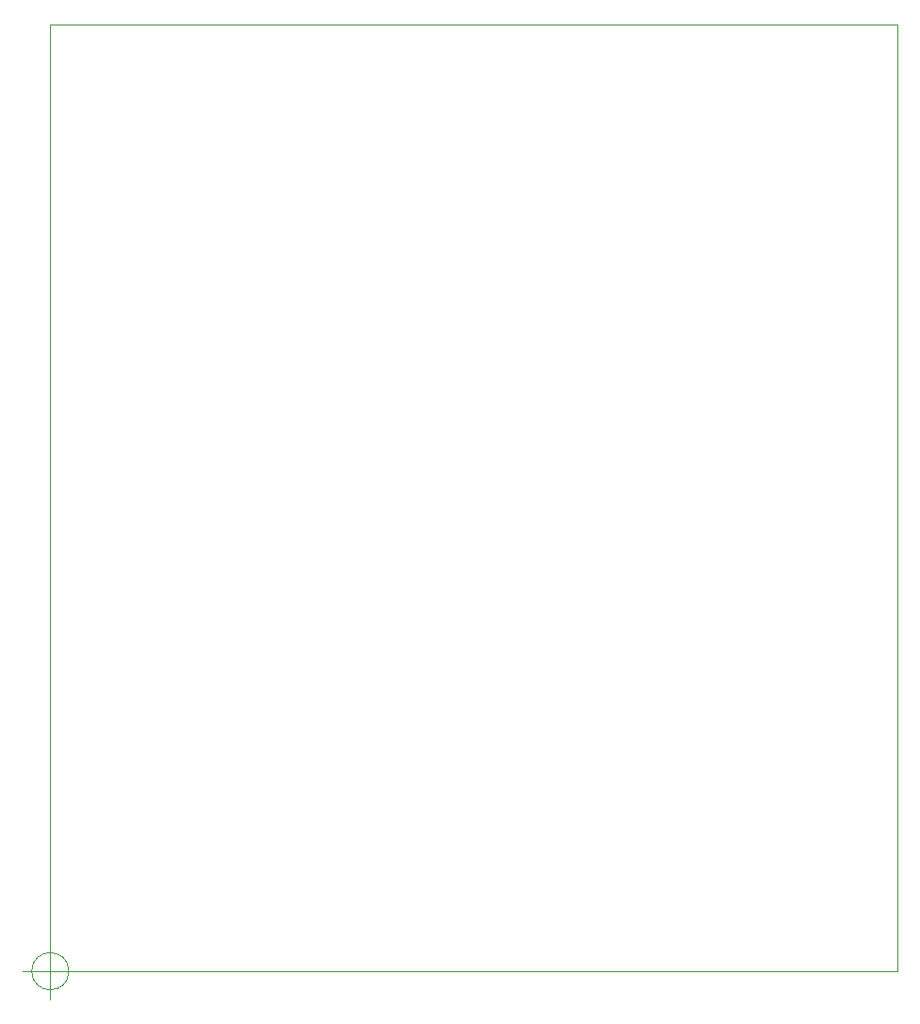
<source format=gbr>
G04 #@! TF.GenerationSoftware,KiCad,Pcbnew,5.1.6-c6e7f7d~86~ubuntu20.04.1*
G04 #@! TF.CreationDate,2020-06-09T07:54:05+01:00*
G04 #@! TF.ProjectId,flypi,666c7970-692e-46b6-9963-61645f706362,rev?*
G04 #@! TF.SameCoordinates,Original*
G04 #@! TF.FileFunction,Profile,NP*
%FSLAX46Y46*%
G04 Gerber Fmt 4.6, Leading zero omitted, Abs format (unit mm)*
G04 Created by KiCad (PCBNEW 5.1.6-c6e7f7d~86~ubuntu20.04.1) date 2020-06-09 07:54:05*
%MOMM*%
%LPD*%
G01*
G04 APERTURE LIST*
G04 #@! TA.AperFunction,Profile*
%ADD10C,0.100000*%
G04 #@! TD*
G04 APERTURE END LIST*
D10*
X106666666Y-134000000D02*
G75*
G03*
X106666666Y-134000000I-1666666J0D01*
G01*
X102500000Y-134000000D02*
X107500000Y-134000000D01*
X105000000Y-131500000D02*
X105000000Y-136500000D01*
X105000000Y-49000000D02*
X105000000Y-134000000D01*
X181100000Y-49000000D02*
X105000000Y-49000000D01*
X181100000Y-134000000D02*
X181100000Y-49000000D01*
X105000000Y-134000000D02*
X181100000Y-134000000D01*
X106000000Y-134000000D02*
X105000000Y-134000000D01*
X105150000Y-49000000D02*
X108400000Y-49000000D01*
X105150000Y-49000000D02*
X105000000Y-49000000D01*
X181050000Y-134000000D02*
X181100000Y-134000000D01*
X181000000Y-134000000D02*
X181100000Y-134000000D01*
M02*

</source>
